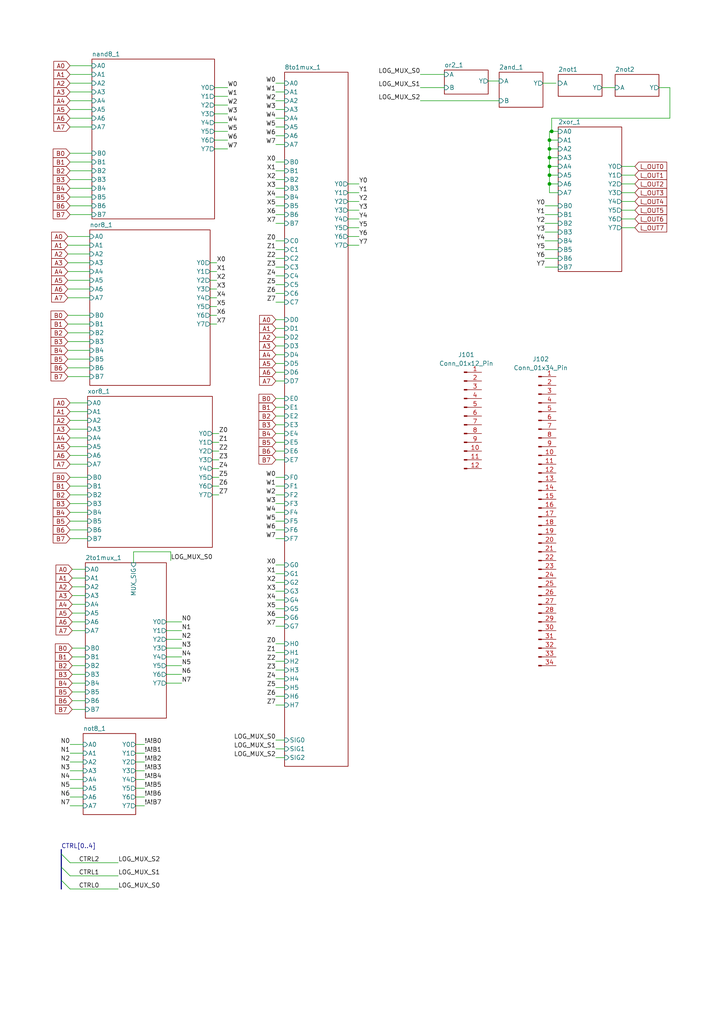
<source format=kicad_sch>
(kicad_sch (version 20250114) (generator "eeschema") (generator_version "9.0")
  (paper "A4" portrait)
  (lib_symbols
    (symbol "Connector:Conn_01x12_Pin" (pin_names (offset 1.016) (hide yes))
      (property "Reference" "J" (at 0 15.24 0))
      (property "Value" "Conn_01x12_Pin" (at 0 -17.78 0))
      (symbol "Conn_01x12_Pin_1_1"
        (rectangle (start 0.8636 12.827) (end 0 12.573) (stroke (width 0.1524)) (fill (type outline)))
        (rectangle (start 0.8636 10.287) (end 0 10.033) (stroke (width 0.1524)) (fill (type outline)))
        (rectangle (start 0.8636 7.747) (end 0 7.493) (stroke (width 0.1524)) (fill (type outline)))
        (rectangle (start 0.8636 5.207) (end 0 4.953) (stroke (width 0.1524)) (fill (type outline)))
        (rectangle (start 0.8636 2.667) (end 0 2.413) (stroke (width 0.1524)) (fill (type outline)))
        (rectangle (start 0.8636 0.127) (end 0 -0.127) (stroke (width 0.1524)) (fill (type outline)))
        (rectangle (start 0.8636 -2.413) (end 0 -2.667) (stroke (width 0.1524)) (fill (type outline)))
        (rectangle (start 0.8636 -4.953) (end 0 -5.207) (stroke (width 0.1524)) (fill (type outline)))
        (rectangle (start 0.8636 -7.493) (end 0 -7.747) (stroke (width 0.1524)) (fill (type outline)))
        (rectangle (start 0.8636 -10.033) (end 0 -10.287) (stroke (width 0.1524)) (fill (type outline)))
        (rectangle (start 0.8636 -12.573) (end 0 -12.827) (stroke (width 0.1524)) (fill (type outline)))
        (rectangle (start 0.8636 -15.113) (end 0 -15.367) (stroke (width 0.1524)) (fill (type outline)))
        (polyline (pts (xy 1.27 12.7) (xy 0.8636 12.7)) (stroke (width 0.1524)))
        (polyline (pts (xy 1.27 10.16) (xy 0.8636 10.16)) (stroke (width 0.1524)))
        (polyline (pts (xy 1.27 7.62) (xy 0.8636 7.62)) (stroke (width 0.1524)))
        (polyline (pts (xy 1.27 5.08) (xy 0.8636 5.08)) (stroke (width 0.1524)))
        (polyline (pts (xy 1.27 2.54) (xy 0.8636 2.54)) (stroke (width 0.1524)))
        (polyline (pts (xy 1.27 0) (xy 0.8636 0)) (stroke (width 0.1524)))
        (polyline (pts (xy 1.27 -2.54) (xy 0.8636 -2.54)) (stroke (width 0.1524)))
        (polyline (pts (xy 1.27 -5.08) (xy 0.8636 -5.08)) (stroke (width 0.1524)))
        (polyline (pts (xy 1.27 -7.62) (xy 0.8636 -7.62)) (stroke (width 0.1524)))
        (polyline (pts (xy 1.27 -10.16) (xy 0.8636 -10.16)) (stroke (width 0.1524)))
        (polyline (pts (xy 1.27 -12.7) (xy 0.8636 -12.7)) (stroke (width 0.1524)))
        (polyline (pts (xy 1.27 -15.24) (xy 0.8636 -15.24)) (stroke (width 0.1524)))
        (pin passive line (at 5.08 12.7 180) (length 3.81) (name "Pin_1") (number "1"))
        (pin passive line (at 5.08 10.16 180) (length 3.81) (name "Pin_2") (number "2"))
        (pin passive line (at 5.08 7.62 180) (length 3.81) (name "Pin_3") (number "3"))
        (pin passive line (at 5.08 5.08 180) (length 3.81) (name "Pin_4") (number "4"))
        (pin passive line (at 5.08 2.54 180) (length 3.81) (name "Pin_5") (number "5"))
        (pin passive line (at 5.08 0 180) (length 3.81) (name "Pin_6") (number "6"))
        (pin passive line (at 5.08 -2.54 180) (length 3.81) (name "Pin_7") (number "7"))
        (pin passive line (at 5.08 -5.08 180) (length 3.81) (name "Pin_8") (number "8"))
        (pin passive line (at 5.08 -7.62 180) (length 3.81) (name "Pin_9") (number "9"))
        (pin passive line (at 5.08 -10.16 180) (length 3.81) (name "Pin_10") (number "10"))
        (pin passive line (at 5.08 -12.7 180) (length 3.81) (name "Pin_11") (number "11"))
        (pin passive line (at 5.08 -15.24 180) (length 3.81) (name "Pin_12") (number "12"))
      )
    )
    (symbol "Connector:Conn_01x34_Pin" (pin_names (offset 1.016) (hide yes))
      (property "Reference" "J" (at 0 43.18 0))
      (property "Value" "Conn_01x34_Pin" (at 0 -45.72 0))
      (symbol "Conn_01x34_Pin_1_1"
        (rectangle (start 0.8636 40.767) (end 0 40.513) (stroke (width 0.1524)) (fill (type outline)))
        (rectangle (start 0.8636 38.227) (end 0 37.973) (stroke (width 0.1524)) (fill (type outline)))
        (rectangle (start 0.8636 35.687) (end 0 35.433) (stroke (width 0.1524)) (fill (type outline)))
        (rectangle (start 0.8636 33.147) (end 0 32.893) (stroke (width 0.1524)) (fill (type outline)))
        (rectangle (start 0.8636 30.607) (end 0 30.353) (stroke (width 0.1524)) (fill (type outline)))
        (rectangle (start 0.8636 28.067) (end 0 27.813) (stroke (width 0.1524)) (fill (type outline)))
        (rectangle (start 0.8636 25.527) (end 0 25.273) (stroke (width 0.1524)) (fill (type outline)))
        (rectangle (start 0.8636 22.987) (end 0 22.733) (stroke (width 0.1524)) (fill (type outline)))
        (rectangle (start 0.8636 20.447) (end 0 20.193) (stroke (width 0.1524)) (fill (type outline)))
        (rectangle (start 0.8636 17.907) (end 0 17.653) (stroke (width 0.1524)) (fill (type outline)))
        (rectangle (start 0.8636 15.367) (end 0 15.113) (stroke (width 0.1524)) (fill (type outline)))
        (rectangle (start 0.8636 12.827) (end 0 12.573) (stroke (width 0.1524)) (fill (type outline)))
        (rectangle (start 0.8636 10.287) (end 0 10.033) (stroke (width 0.1524)) (fill (type outline)))
        (rectangle (start 0.8636 7.747) (end 0 7.493) (stroke (width 0.1524)) (fill (type outline)))
        (rectangle (start 0.8636 5.207) (end 0 4.953) (stroke (width 0.1524)) (fill (type outline)))
        (rectangle (start 0.8636 2.667) (end 0 2.413) (stroke (width 0.1524)) (fill (type outline)))
        (rectangle (start 0.8636 0.127) (end 0 -0.127) (stroke (width 0.1524)) (fill (type outline)))
        (rectangle (start 0.8636 -2.413) (end 0 -2.667) (stroke (width 0.1524)) (fill (type outline)))
        (rectangle (start 0.8636 -4.953) (end 0 -5.207) (stroke (width 0.1524)) (fill (type outline)))
        (rectangle (start 0.8636 -7.493) (end 0 -7.747) (stroke (width 0.1524)) (fill (type outline)))
        (rectangle (start 0.8636 -10.033) (end 0 -10.287) (stroke (width 0.1524)) (fill (type outline)))
        (rectangle (start 0.8636 -12.573) (end 0 -12.827) (stroke (width 0.1524)) (fill (type outline)))
        (rectangle (start 0.8636 -15.113) (end 0 -15.367) (stroke (width 0.1524)) (fill (type outline)))
        (rectangle (start 0.8636 -17.653) (end 0 -17.907) (stroke (width 0.1524)) (fill (type outline)))
        (rectangle (start 0.8636 -20.193) (end 0 -20.447) (stroke (width 0.1524)) (fill (type outline)))
        (rectangle (start 0.8636 -22.733) (end 0 -22.987) (stroke (width 0.1524)) (fill (type outline)))
        (rectangle (start 0.8636 -25.273) (end 0 -25.527) (stroke (width 0.1524)) (fill (type outline)))
        (rectangle (start 0.8636 -27.813) (end 0 -28.067) (stroke (width 0.1524)) (fill (type outline)))
        (rectangle (start 0.8636 -30.353) (end 0 -30.607) (stroke (width 0.1524)) (fill (type outline)))
        (rectangle (start 0.8636 -32.893) (end 0 -33.147) (stroke (width 0.1524)) (fill (type outline)))
        (rectangle (start 0.8636 -35.433) (end 0 -35.687) (stroke (width 0.1524)) (fill (type outline)))
        (rectangle (start 0.8636 -37.973) (end 0 -38.227) (stroke (width 0.1524)) (fill (type outline)))
        (rectangle (start 0.8636 -40.513) (end 0 -40.767) (stroke (width 0.1524)) (fill (type outline)))
        (rectangle (start 0.8636 -43.053) (end 0 -43.307) (stroke (width 0.1524)) (fill (type outline)))
        (polyline (pts (xy 1.27 40.64) (xy 0.8636 40.64)) (stroke (width 0.1524)))
        (polyline (pts (xy 1.27 38.1) (xy 0.8636 38.1)) (stroke (width 0.1524)))
        (polyline (pts (xy 1.27 35.56) (xy 0.8636 35.56)) (stroke (width 0.1524)))
        (polyline (pts (xy 1.27 33.02) (xy 0.8636 33.02)) (stroke (width 0.1524)))
        (polyline (pts (xy 1.27 30.48) (xy 0.8636 30.48)) (stroke (width 0.1524)))
        (polyline (pts (xy 1.27 27.94) (xy 0.8636 27.94)) (stroke (width 0.1524)))
        (polyline (pts (xy 1.27 25.4) (xy 0.8636 25.4)) (stroke (width 0.1524)))
        (polyline (pts (xy 1.27 22.86) (xy 0.8636 22.86)) (stroke (width 0.1524)))
        (polyline (pts (xy 1.27 20.32) (xy 0.8636 20.32)) (stroke (width 0.1524)))
        (polyline (pts (xy 1.27 17.78) (xy 0.8636 17.78)) (stroke (width 0.1524)))
        (polyline (pts (xy 1.27 15.24) (xy 0.8636 15.24)) (stroke (width 0.1524)))
        (polyline (pts (xy 1.27 12.7) (xy 0.8636 12.7)) (stroke (width 0.1524)))
        (polyline (pts (xy 1.27 10.16) (xy 0.8636 10.16)) (stroke (width 0.1524)))
        (polyline (pts (xy 1.27 7.62) (xy 0.8636 7.62)) (stroke (width 0.1524)))
        (polyline (pts (xy 1.27 5.08) (xy 0.8636 5.08)) (stroke (width 0.1524)))
        (polyline (pts (xy 1.27 2.54) (xy 0.8636 2.54)) (stroke (width 0.1524)))
        (polyline (pts (xy 1.27 0) (xy 0.8636 0)) (stroke (width 0.1524)))
        (polyline (pts (xy 1.27 -2.54) (xy 0.8636 -2.54)) (stroke (width 0.1524)))
        (polyline (pts (xy 1.27 -5.08) (xy 0.8636 -5.08)) (stroke (width 0.1524)))
        (polyline (pts (xy 1.27 -7.62) (xy 0.8636 -7.62)) (stroke (width 0.1524)))
        (polyline (pts (xy 1.27 -10.16) (xy 0.8636 -10.16)) (stroke (width 0.1524)))
        (polyline (pts (xy 1.27 -12.7) (xy 0.8636 -12.7)) (stroke (width 0.1524)))
        (polyline (pts (xy 1.27 -15.24) (xy 0.8636 -15.24)) (stroke (width 0.1524)))
        (polyline (pts (xy 1.27 -17.78) (xy 0.8636 -17.78)) (stroke (width 0.1524)))
        (polyline (pts (xy 1.27 -20.32) (xy 0.8636 -20.32)) (stroke (width 0.1524)))
        (polyline (pts (xy 1.27 -22.86) (xy 0.8636 -22.86)) (stroke (width 0.1524)))
        (polyline (pts (xy 1.27 -25.4) (xy 0.8636 -25.4)) (stroke (width 0.1524)))
        (polyline (pts (xy 1.27 -27.94) (xy 0.8636 -27.94)) (stroke (width 0.1524)))
        (polyline (pts (xy 1.27 -30.48) (xy 0.8636 -30.48)) (stroke (width 0.1524)))
        (polyline (pts (xy 1.27 -33.02) (xy 0.8636 -33.02)) (stroke (width 0.1524)))
        (polyline (pts (xy 1.27 -35.56) (xy 0.8636 -35.56)) (stroke (width 0.1524)))
        (polyline (pts (xy 1.27 -38.1) (xy 0.8636 -38.1)) (stroke (width 0.1524)))
        (polyline (pts (xy 1.27 -40.64) (xy 0.8636 -40.64)) (stroke (width 0.1524)))
        (polyline (pts (xy 1.27 -43.18) (xy 0.8636 -43.18)) (stroke (width 0.1524)))
        (pin passive line (at 5.08 40.64 180) (length 3.81) (name "Pin_1") (number "1"))
        (pin passive line (at 5.08 38.1 180) (length 3.81) (name "Pin_2") (number "2"))
        (pin passive line (at 5.08 35.56 180) (length 3.81) (name "Pin_3") (number "3"))
        (pin passive line (at 5.08 33.02 180) (length 3.81) (name "Pin_4") (number "4"))
        (pin passive line (at 5.08 30.48 180) (length 3.81) (name "Pin_5") (number "5"))
        (pin passive line (at 5.08 27.94 180) (length 3.81) (name "Pin_6") (number "6"))
        (pin passive line (at 5.08 25.4 180) (length 3.81) (name "Pin_7") (number "7"))
        (pin passive line (at 5.08 22.86 180) (length 3.81) (name "Pin_8") (number "8"))
        (pin passive line (at 5.08 20.32 180) (length 3.81) (name "Pin_9") (number "9"))
        (pin passive line (at 5.08 17.78 180) (length 3.81) (name "Pin_10") (number "10"))
        (pin passive line (at 5.08 15.24 180) (length 3.81) (name "Pin_11") (number "11"))
        (pin passive line (at 5.08 12.7 180) (length 3.81) (name "Pin_12") (number "12"))
        (pin passive line (at 5.08 10.16 180) (length 3.81) (name "Pin_13") (number "13"))
        (pin passive line (at 5.08 7.62 180) (length 3.81) (name "Pin_14") (number "14"))
        (pin passive line (at 5.08 5.08 180) (length 3.81) (name "Pin_15") (number "15"))
        (pin passive line (at 5.08 2.54 180) (length 3.81) (name "Pin_16") (number "16"))
        (pin passive line (at 5.08 0 180) (length 3.81) (name "Pin_17") (number "17"))
        (pin passive line (at 5.08 -2.54 180) (length 3.81) (name "Pin_18") (number "18"))
        (pin passive line (at 5.08 -5.08 180) (length 3.81) (name "Pin_19") (number "19"))
        (pin passive line (at 5.08 -7.62 180) (length 3.81) (name "Pin_20") (number "20"))
        (pin passive line (at 5.08 -10.16 180) (length 3.81) (name "Pin_21") (number "21"))
        (pin passive line (at 5.08 -12.7 180) (length 3.81) (name "Pin_22") (number "22"))
        (pin passive line (at 5.08 -15.24 180) (length 3.81) (name "Pin_23") (number "23"))
        (pin passive line (at 5.08 -17.78 180) (length 3.81) (name "Pin_24") (number "24"))
        (pin passive line (at 5.08 -20.32 180) (length 3.81) (name "Pin_25") (number "25"))
        (pin passive line (at 5.08 -22.86 180) (length 3.81) (name "Pin_26") (number "26"))
        (pin passive line (at 5.08 -25.4 180) (length 3.81) (name "Pin_27") (number "27"))
        (pin passive line (at 5.08 -27.94 180) (length 3.81) (name "Pin_28") (number "28"))
        (pin passive line (at 5.08 -30.48 180) (length 3.81) (name "Pin_29") (number "29"))
        (pin passive line (at 5.08 -33.02 180) (length 3.81) (name "Pin_30") (number "30"))
        (pin passive line (at 5.08 -35.56 180) (length 3.81) (name "Pin_31") (number "31"))
        (pin passive line (at 5.08 -38.1 180) (length 3.81) (name "Pin_32") (number "32"))
        (pin passive line (at 5.08 -40.64 180) (length 3.81) (name "Pin_33") (number "33"))
        (pin passive line (at 5.08 -43.18 180) (length 3.81) (name "Pin_34") (number "34"))
      )
    )
  )
  (junction (at 159.385 53.34))
  (junction (at 159.385 50.8))
  (junction (at 159.385 40.64))
  (junction (at 159.385 48.26))
  (junction (at 159.385 43.18))
  (junction (at 160.02 38.1))
  (junction (at 159.385 45.72))
  (bus_entry (at 17.78 255.27) (size 2.54 2.54))
  (bus_entry (at 17.78 247.65) (size 2.54 2.54))
  (bus_entry (at 17.78 251.46) (size 2.54 2.54))
  (wire (pts (xy 20.32 44.45) (xy 26.67 44.45)))
  (wire (pts (xy 62.23 38.1) (xy 66.04 38.1)))
  (wire (pts (xy 19.685 76.2) (xy 26.035 76.2)))
  (wire (pts (xy 159.385 45.72) (xy 161.925 45.72)))
  (wire (pts (xy 184.15 58.42) (xy 180.34 58.42)))
  (wire (pts (xy 20.955 190.5) (xy 24.765 190.5)))
  (bus (pts (xy 17.78 246.38) (xy 17.78 247.65)))
  (wire (pts (xy 20.32 156.21) (xy 25.4 156.21)))
  (wire (pts (xy 20.32 31.75) (xy 26.67 31.75)))
  (wire (pts (xy 49.53 160.02) (xy 38.735 160.02)))
  (wire (pts (xy 100.965 53.34) (xy 104.14 53.34)))
  (wire (pts (xy 80.01 74.93) (xy 82.55 74.93)))
  (wire (pts (xy 80.01 153.67) (xy 82.55 153.67)))
  (wire (pts (xy 20.955 180.34) (xy 24.765 180.34)))
  (wire (pts (xy 20.32 54.61) (xy 26.67 54.61)))
  (wire (pts (xy 20.955 205.74) (xy 24.765 205.74)))
  (wire (pts (xy 100.965 71.12) (xy 104.14 71.12)))
  (wire (pts (xy 49.53 160.02) (xy 49.53 162.56)))
  (wire (pts (xy 20.32 257.81) (xy 34.29 257.81)))
  (wire (pts (xy 60.96 93.98) (xy 62.865 93.98)))
  (wire (pts (xy 80.01 133.35) (xy 82.55 133.35)))
  (wire (pts (xy 80.01 39.37) (xy 82.55 39.37)))
  (wire (pts (xy 80.01 176.53) (xy 82.55 176.53)))
  (wire (pts (xy 158.115 64.77) (xy 161.925 64.77)))
  (wire (pts (xy 61.595 138.43) (xy 63.5 138.43)))
  (wire (pts (xy 60.96 81.28) (xy 62.865 81.28)))
  (wire (pts (xy 62.23 30.48) (xy 66.04 30.48)))
  (wire (pts (xy 158.115 59.69) (xy 161.925 59.69)))
  (wire (pts (xy 20.955 187.96) (xy 24.765 187.96)))
  (wire (pts (xy 20.955 182.88) (xy 24.765 182.88)))
  (wire (pts (xy 41.91 233.68) (xy 39.37 233.68)))
  (wire (pts (xy 80.01 138.43) (xy 82.55 138.43)))
  (wire (pts (xy 41.91 228.6) (xy 39.37 228.6)))
  (wire (pts (xy 80.01 191.77) (xy 82.55 191.77)))
  (wire (pts (xy 80.01 69.85) (xy 82.55 69.85)))
  (wire (pts (xy 159.385 55.88) (xy 159.385 53.34)))
  (wire (pts (xy 80.01 105.41) (xy 82.55 105.41)))
  (wire (pts (xy 80.01 54.61) (xy 82.55 54.61)))
  (wire (pts (xy 60.96 76.2) (xy 62.865 76.2)))
  (wire (pts (xy 61.595 135.89) (xy 63.5 135.89)))
  (wire (pts (xy 20.955 177.8) (xy 24.765 177.8)))
  (wire (pts (xy 60.96 83.82) (xy 62.865 83.82)))
  (wire (pts (xy 20.32 119.38) (xy 25.4 119.38)))
  (wire (pts (xy 20.32 143.51) (xy 25.4 143.51)))
  (wire (pts (xy 19.685 71.12) (xy 26.035 71.12)))
  (wire (pts (xy 19.685 93.98) (xy 26.035 93.98)))
  (bus (pts (xy 17.78 247.65) (xy 17.78 251.46)))
  (wire (pts (xy 61.595 140.97) (xy 63.5 140.97)))
  (wire (pts (xy 158.115 77.47) (xy 161.925 77.47)))
  (wire (pts (xy 80.01 123.19) (xy 82.55 123.19)))
  (wire (pts (xy 20.955 175.26) (xy 24.765 175.26)))
  (wire (pts (xy 20.955 193.04) (xy 24.765 193.04)))
  (wire (pts (xy 41.91 223.52) (xy 39.37 223.52)))
  (wire (pts (xy 80.01 194.31) (xy 82.55 194.31)))
  (wire (pts (xy 20.32 124.46) (xy 25.4 124.46)))
  (wire (pts (xy 159.385 53.34) (xy 159.385 50.8)))
  (wire (pts (xy 80.01 85.09) (xy 82.55 85.09)))
  (wire (pts (xy 159.385 43.18) (xy 161.925 43.18)))
  (wire (pts (xy 80.01 179.07) (xy 82.55 179.07)))
  (wire (pts (xy 20.32 146.05) (xy 25.4 146.05)))
  (wire (pts (xy 20.32 34.29) (xy 26.67 34.29)))
  (wire (pts (xy 20.32 129.54) (xy 25.4 129.54)))
  (wire (pts (xy 80.01 189.23) (xy 82.55 189.23)))
  (wire (pts (xy 80.01 168.91) (xy 82.55 168.91)))
  (wire (pts (xy 80.01 97.79) (xy 82.55 97.79)))
  (wire (pts (xy 184.15 48.26) (xy 180.34 48.26)))
  (wire (pts (xy 184.15 66.04) (xy 180.34 66.04)))
  (wire (pts (xy 80.01 214.63) (xy 82.55 214.63)))
  (wire (pts (xy 20.32 231.14) (xy 24.13 231.14)))
  (wire (pts (xy 19.685 68.58) (xy 26.035 68.58)))
  (wire (pts (xy 19.685 86.36) (xy 26.035 86.36)))
  (wire (pts (xy 20.32 127) (xy 25.4 127)))
  (wire (pts (xy 20.32 19.05) (xy 26.67 19.05)))
  (wire (pts (xy 80.01 146.05) (xy 82.55 146.05)))
  (wire (pts (xy 80.01 29.21) (xy 82.55 29.21)))
  (wire (pts (xy 19.685 81.28) (xy 26.035 81.28)))
  (wire (pts (xy 60.96 78.74) (xy 62.865 78.74)))
  (wire (pts (xy 100.965 58.42) (xy 104.14 58.42)))
  (wire (pts (xy 184.15 60.96) (xy 180.34 60.96)))
  (wire (pts (xy 20.32 138.43) (xy 25.4 138.43)))
  (wire (pts (xy 184.15 63.5) (xy 180.34 63.5)))
  (wire (pts (xy 20.955 203.2) (xy 24.765 203.2)))
  (wire (pts (xy 20.32 215.9) (xy 24.13 215.9)))
  (wire (pts (xy 159.385 50.8) (xy 161.925 50.8)))
  (wire (pts (xy 20.32 21.59) (xy 26.67 21.59)))
  (wire (pts (xy 80.01 217.17) (xy 82.55 217.17)))
  (wire (pts (xy 159.385 40.64) (xy 161.925 40.64)))
  (wire (pts (xy 20.32 46.99) (xy 26.67 46.99)))
  (wire (pts (xy 20.32 153.67) (xy 25.4 153.67)))
  (wire (pts (xy 80.01 166.37) (xy 82.55 166.37)))
  (wire (pts (xy 20.32 140.97) (xy 25.4 140.97)))
  (wire (pts (xy 52.705 193.04) (xy 48.26 193.04)))
  (wire (pts (xy 61.595 133.35) (xy 63.5 133.35)))
  (wire (pts (xy 20.32 29.21) (xy 26.67 29.21)))
  (wire (pts (xy 80.01 46.99) (xy 82.55 46.99)))
  (wire (pts (xy 121.92 29.21) (xy 144.78 29.21)))
  (wire (pts (xy 20.955 165.1) (xy 24.765 165.1)))
  (wire (pts (xy 41.91 218.44) (xy 39.37 218.44)))
  (wire (pts (xy 20.32 250.19) (xy 34.29 250.19)))
  (wire (pts (xy 157.48 24.13) (xy 161.29 24.13)))
  (wire (pts (xy 20.32 26.67) (xy 26.67 26.67)))
  (wire (pts (xy 48.26 195.58) (xy 52.705 195.58)))
  (wire (pts (xy 80.01 118.11) (xy 82.55 118.11)))
  (wire (pts (xy 80.01 100.33) (xy 82.55 100.33)))
  (wire (pts (xy 20.955 172.72) (xy 24.765 172.72)))
  (wire (pts (xy 80.01 57.15) (xy 82.55 57.15)))
  (wire (pts (xy 80.01 72.39) (xy 82.55 72.39)))
  (wire (pts (xy 80.01 95.25) (xy 82.55 95.25)))
  (wire (pts (xy 20.32 233.68) (xy 24.13 233.68)))
  (wire (pts (xy 158.115 72.39) (xy 161.925 72.39)))
  (wire (pts (xy 19.685 78.74) (xy 26.035 78.74)))
  (wire (pts (xy 100.965 63.5) (xy 104.14 63.5)))
  (wire (pts (xy 80.01 186.69) (xy 82.55 186.69)))
  (wire (pts (xy 80.01 199.39) (xy 82.55 199.39)))
  (wire (pts (xy 104.14 68.58) (xy 100.965 68.58)))
  (wire (pts (xy 41.91 226.06) (xy 39.37 226.06)))
  (wire (pts (xy 80.01 143.51) (xy 82.55 143.51)))
  (wire (pts (xy 19.685 109.22) (xy 26.035 109.22)))
  (wire (pts (xy 61.595 125.73) (xy 63.5 125.73)))
  (wire (pts (xy 20.32 228.6) (xy 24.13 228.6)))
  (wire (pts (xy 20.32 134.62) (xy 25.4 134.62)))
  (wire (pts (xy 80.01 173.99) (xy 82.55 173.99)))
  (wire (pts (xy 62.23 25.4) (xy 66.04 25.4)))
  (wire (pts (xy 80.01 92.71) (xy 82.55 92.71)))
  (wire (pts (xy 62.23 43.18) (xy 66.04 43.18)))
  (wire (pts (xy 80.01 102.87) (xy 82.55 102.87)))
  (wire (pts (xy 19.685 101.6) (xy 26.035 101.6)))
  (wire (pts (xy 160.02 34.29) (xy 194.31 34.29)))
  (wire (pts (xy 20.32 220.98) (xy 24.13 220.98)))
  (wire (pts (xy 62.23 27.94) (xy 66.04 27.94)))
  (wire (pts (xy 184.15 55.88) (xy 180.34 55.88)))
  (wire (pts (xy 80.01 41.91) (xy 82.55 41.91)))
  (wire (pts (xy 19.685 96.52) (xy 26.035 96.52)))
  (wire (pts (xy 20.32 218.44) (xy 24.13 218.44)))
  (wire (pts (xy 184.15 50.8) (xy 180.34 50.8)))
  (wire (pts (xy 20.32 49.53) (xy 26.67 49.53)))
  (wire (pts (xy 20.955 195.58) (xy 24.765 195.58)))
  (wire (pts (xy 159.385 53.34) (xy 161.925 53.34)))
  (wire (pts (xy 80.01 130.81) (xy 82.55 130.81)))
  (wire (pts (xy 20.32 24.13) (xy 26.67 24.13)))
  (wire (pts (xy 48.26 190.5) (xy 52.705 190.5)))
  (wire (pts (xy 158.115 67.31) (xy 161.925 67.31)))
  (wire (pts (xy 19.685 104.14) (xy 26.035 104.14)))
  (wire (pts (xy 80.01 24.13) (xy 82.55 24.13)))
  (wire (pts (xy 20.32 148.59) (xy 25.4 148.59)))
  (wire (pts (xy 80.01 115.57) (xy 82.55 115.57)))
  (wire (pts (xy 80.01 204.47) (xy 82.55 204.47)))
  (wire (pts (xy 159.385 38.1) (xy 159.385 40.64)))
  (wire (pts (xy 80.01 120.65) (xy 82.55 120.65)))
  (wire (pts (xy 19.685 91.44) (xy 26.035 91.44)))
  (wire (pts (xy 20.32 223.52) (xy 24.13 223.52)))
  (wire (pts (xy 80.01 62.23) (xy 82.55 62.23)))
  (wire (pts (xy 48.26 185.42) (xy 52.705 185.42)))
  (wire (pts (xy 20.32 151.13) (xy 25.4 151.13)))
  (wire (pts (xy 159.385 38.1) (xy 160.02 38.1)))
  (wire (pts (xy 159.385 43.18) (xy 159.385 40.64)))
  (wire (pts (xy 41.91 231.14) (xy 39.37 231.14)))
  (wire (pts (xy 174.625 25.4) (xy 178.435 25.4)))
  (wire (pts (xy 80.01 140.97) (xy 82.55 140.97)))
  (wire (pts (xy 48.26 180.34) (xy 52.705 180.34)))
  (wire (pts (xy 20.32 36.83) (xy 26.67 36.83)))
  (wire (pts (xy 160.02 38.1) (xy 160.02 34.29)))
  (wire (pts (xy 62.23 40.64) (xy 66.04 40.64)))
  (wire (pts (xy 80.01 49.53) (xy 82.55 49.53)))
  (wire (pts (xy 158.115 62.23) (xy 161.925 62.23)))
  (wire (pts (xy 80.01 181.61) (xy 82.55 181.61)))
  (wire (pts (xy 20.32 52.07) (xy 26.67 52.07)))
  (wire (pts (xy 19.685 99.06) (xy 26.035 99.06)))
  (wire (pts (xy 184.15 53.34) (xy 180.34 53.34)))
  (wire (pts (xy 62.23 33.02) (xy 66.04 33.02)))
  (wire (pts (xy 159.385 50.8) (xy 159.385 48.26)))
  (wire (pts (xy 80.01 82.55) (xy 82.55 82.55)))
  (wire (pts (xy 20.32 116.84) (xy 25.4 116.84)))
  (wire (pts (xy 80.01 128.27) (xy 82.55 128.27)))
  (wire (pts (xy 61.595 128.27) (xy 63.5 128.27)))
  (wire (pts (xy 100.965 55.88) (xy 104.14 55.88)))
  (wire (pts (xy 158.115 74.93) (xy 161.925 74.93)))
  (wire (pts (xy 48.26 182.88) (xy 52.705 182.88)))
  (bus (pts (xy 17.78 255.27) (xy 17.78 257.81)))
  (wire (pts (xy 80.01 107.95) (xy 82.55 107.95)))
  (wire (pts (xy 20.32 121.92) (xy 25.4 121.92)))
  (wire (pts (xy 41.91 220.98) (xy 39.37 220.98)))
  (wire (pts (xy 100.965 66.04) (xy 104.14 66.04)))
  (wire (pts (xy 159.385 45.72) (xy 159.385 43.18)))
  (wire (pts (xy 159.385 48.26) (xy 161.925 48.26)))
  (bus (pts (xy 17.78 251.46) (xy 17.78 255.27)))
  (wire (pts (xy 80.01 59.69) (xy 82.55 59.69)))
  (wire (pts (xy 20.955 170.18) (xy 24.765 170.18)))
  (wire (pts (xy 20.32 254) (xy 34.29 254)))
  (wire (pts (xy 159.385 48.26) (xy 159.385 45.72)))
  (wire (pts (xy 141.605 23.495) (xy 144.78 23.495)))
  (wire (pts (xy 20.955 198.12) (xy 24.765 198.12)))
  (wire (pts (xy 80.01 110.49) (xy 82.55 110.49)))
  (wire (pts (xy 80.01 31.75) (xy 82.55 31.75)))
  (wire (pts (xy 19.685 83.82) (xy 26.035 83.82)))
  (wire (pts (xy 80.01 171.45) (xy 82.55 171.45)))
  (wire (pts (xy 80.01 151.13) (xy 82.55 151.13)))
  (wire (pts (xy 161.925 55.88) (xy 159.385 55.88)))
  (wire (pts (xy 191.135 25.4) (xy 194.31 25.4)))
  (wire (pts (xy 80.01 156.21) (xy 82.55 156.21)))
  (wire (pts (xy 60.96 86.36) (xy 62.865 86.36)))
  (wire (pts (xy 80.01 36.83) (xy 82.55 36.83)))
  (wire (pts (xy 19.685 73.66) (xy 26.035 73.66)))
  (wire (pts (xy 19.685 106.68) (xy 26.035 106.68)))
  (wire (pts (xy 38.735 160.02) (xy 38.735 163.195)))
  (wire (pts (xy 80.01 34.29) (xy 82.55 34.29)))
  (wire (pts (xy 48.26 187.96) (xy 52.705 187.96)))
  (wire (pts (xy 60.96 91.44) (xy 62.865 91.44)))
  (wire (pts (xy 62.865 88.9) (xy 60.96 88.9)))
  (wire (pts (xy 61.595 143.51) (xy 63.5 143.51)))
  (wire (pts (xy 80.01 219.71) (xy 82.55 219.71)))
  (wire (pts (xy 20.32 57.15) (xy 26.67 57.15)))
  (wire (pts (xy 80.01 163.83) (xy 82.55 163.83)))
  (wire (pts (xy 100.965 60.96) (xy 104.14 60.96)))
  (wire (pts (xy 20.32 62.23) (xy 26.67 62.23)))
  (wire (pts (xy 20.32 226.06) (xy 24.13 226.06)))
  (wire (pts (xy 80.01 196.85) (xy 82.55 196.85)))
  (wire (pts (xy 62.23 35.56) (xy 66.04 35.56)))
  (wire (pts (xy 80.01 148.59) (xy 82.55 148.59)))
  (wire (pts (xy 80.01 80.01) (xy 82.55 80.01)))
  (wire (pts (xy 48.26 198.12) (xy 52.705 198.12)))
  (wire (pts (xy 80.01 201.93) (xy 82.55 201.93)))
  (wire (pts (xy 80.01 64.77) (xy 82.55 64.77)))
  (wire (pts (xy 158.115 69.85) (xy 161.925 69.85)))
  (wire (pts (xy 80.01 52.07) (xy 82.55 52.07)))
  (wire (pts (xy 160.02 38.1) (xy 161.925 38.1)))
  (wire (pts (xy 121.92 25.4) (xy 128.905 25.4)))
  (wire (pts (xy 80.01 87.63) (xy 82.55 87.63)))
  (wire (pts (xy 20.32 132.08) (xy 25.4 132.08)))
  (wire (pts (xy 41.91 215.9) (xy 39.37 215.9)))
  (wire (pts (xy 20.32 59.69) (xy 26.67 59.69)))
  (wire (pts (xy 194.31 34.29) (xy 194.31 25.4)))
  (wire (pts (xy 20.955 167.64) (xy 24.765 167.64)))
  (wire (pts (xy 80.01 26.67) (xy 82.55 26.67)))
  (wire (pts (xy 61.595 130.81) (xy 63.5 130.81)))
  (wire (pts (xy 20.955 200.66) (xy 24.765 200.66)))
  (wire (pts (xy 121.92 21.59) (xy 128.905 21.59)))
  (wire (pts (xy 80.01 77.47) (xy 82.55 77.47)))
  (wire (pts (xy 80.01 125.73) (xy 82.55 125.73)))
  (label "Z1" (at 80.01 72.39 180))
  (label "N1" (at 20.32 218.44 180))
  (label "Z7" (at 80.01 87.63 180))
  (label "X2" (at 80.01 168.91 180))
  (label "LOG_MUX_S0" (at 49.53 162.56 0))
  (label "Y0" (at 104.14 53.34 0))
  (label "Y1" (at 104.14 55.88 0))
  (label "Y2" (at 104.14 58.42 0))
  (label "Y3" (at 104.14 60.96 0))
  (label "Y4" (at 104.14 63.5 0))
  (label "Y5" (at 104.14 66.04 0))
  (label "Y6" (at 104.14 68.58 0))
  (label "Y7" (at 104.14 71.12 0))
  (label "W3" (at 66.04 33.02 0))
  (label "N3" (at 20.32 223.52 180))
  (label "LOG_MUX_S2" (at 121.92 29.21 180))
  (label "Z5" (at 80.01 82.55 180))
  (label "X3" (at 80.01 54.61 180))
  (label "N4" (at 20.32 226.06 180))
  (label "!A!B3" (at 41.91 223.52 0))
  (label "!A!B2" (at 41.91 220.98 0))
  (label "!A!B4" (at 41.91 226.06 0))
  (label "!A!B6" (at 41.91 231.14 0))
  (label "!A!B7" (at 41.91 233.68 0))
  (label "!A!B5" (at 41.91 228.6 0))
  (label "!A!B0" (at 41.91 215.9 0))
  (label "!A!B1" (at 41.91 218.44 0))
  (label "N5" (at 20.32 228.6 180))
  (label "W7" (at 80.01 156.21 180))
  (label "Y1" (at 158.115 62.23 180))
  (label "Z7" (at 63.5 143.51 0))
  (label "Y3" (at 158.115 67.31 180))
  (label "N6" (at 20.32 231.14 180))
  (label "Z6" (at 63.5 140.97 0))
  (label "W4" (at 80.01 148.59 180))
  (label "Z5" (at 80.01 199.39 180))
  (label "LOG_MUX_S2" (at 80.01 219.71 180))
  (label "W6" (at 80.01 39.37 180))
  (label "X0" (at 80.01 46.99 180))
  (label "W5" (at 80.01 151.13 180))
  (label "Y5" (at 158.115 72.39 180))
  (label "LOG_MUX_S2" (at 34.29 250.19 0))
  (label "Z3" (at 80.01 194.31 180))
  (label "W7" (at 80.01 41.91 180))
  (label "W6" (at 80.01 153.67 180))
  (label "X3" (at 62.865 83.82 0))
  (label "Z1" (at 63.5 128.27 0))
  (label "N0" (at 52.705 180.34 0))
  (label "N5" (at 52.705 193.04 0))
  (label "N4" (at 52.705 190.5 0))
  (label "N7" (at 52.705 198.12 0))
  (label "N6" (at 52.705 195.58 0))
  (label "N1" (at 52.705 182.88 0))
  (label "N2" (at 52.705 185.42 0))
  (label "N3" (at 52.705 187.96 0))
  (label "Z2" (at 63.5 130.81 0))
  (label "W0" (at 66.04 25.4 0))
  (label "W0" (at 80.01 138.43 180))
  (label "W6" (at 66.04 40.64 0))
  (label "Z4" (at 63.5 135.89 0))
  (label "X1" (at 80.01 166.37 180))
  (label "W5" (at 66.04 38.1 0))
  (label "X7" (at 62.865 93.98 0))
  (label "Z0" (at 80.01 186.69 180))
  (label "X5" (at 80.01 176.53 180))
  (label "Z1" (at 80.01 189.23 180))
  (label "Z3" (at 63.5 133.35 0))
  (label "W5" (at 80.01 36.83 180))
  (label "LOG_MUX_S0" (at 80.01 214.63 180))
  (label "Y0" (at 158.115 59.69 180))
  (label "X2" (at 62.865 81.28 0))
  (label "X4" (at 80.01 57.15 180))
  (label "X4" (at 62.865 86.36 0))
  (label "Y6" (at 158.115 74.93 180))
  (label "X0" (at 80.01 163.83 180))
  (label "W2" (at 66.04 30.48 0))
  (label "CTRL1" (at 22.86 254 0))
  (label "W4" (at 80.01 34.29 180))
  (label "N7" (at 20.32 233.68 180))
  (label "CTRL0" (at 22.86 257.81 0))
  (label "W2" (at 80.01 143.51 180))
  (label "Z7" (at 80.01 204.47 180))
  (label "X6" (at 80.01 62.23 180))
  (label "Z4" (at 80.01 80.01 180))
  (label "W4" (at 66.04 35.56 0))
  (label "W3" (at 80.01 146.05 180))
  (label "X7" (at 80.01 181.61 180))
  (label "X4" (at 80.01 173.99 180))
  (label "Z5" (at 63.5 138.43 0))
  (label "X6" (at 80.01 179.07 180))
  (label "Y7" (at 158.115 77.47 180))
  (label "LOG_MUX_S1" (at 34.29 254 0))
  (label "X1" (at 62.865 78.74 0))
  (label "LOG_MUX_S1" (at 121.92 25.4 180))
  (label "X5" (at 62.865 88.9 0))
  (label "LOG_MUX_S1" (at 80.01 217.17 180))
  (label "W1" (at 80.01 140.97 180))
  (label "W3" (at 80.01 31.75 180))
  (label "Z6" (at 80.01 85.09 180))
  (label "X7" (at 80.01 64.77 180))
  (label "CTRL2" (at 22.86 250.19 0))
  (label "X1" (at 80.01 49.53 180))
  (label "W2" (at 80.01 29.21 180))
  (label "N2" (at 20.32 220.98 180))
  (label "Z2" (at 80.01 191.77 180))
  (label "Y4" (at 158.115 69.85 180))
  (label "Z6" (at 80.01 201.93 180))
  (label "Y2" (at 158.115 64.77 180))
  (label "W1" (at 66.04 27.94 0))
  (label "X5" (at 80.01 59.69 180))
  (label "W7" (at 66.04 43.18 0))
  (label "CTRL[0..4]" (at 17.78 246.38 0))
  (label "Z0" (at 80.01 69.85 180))
  (label "Z4" (at 80.01 196.85 180))
  (label "X3" (at 80.01 171.45 180))
  (label "X6" (at 62.865 91.44 0))
  (label "LOG_MUX_S0" (at 121.92 21.59 180))
  (label "LOG_MUX_S0" (at 34.29 257.81 0))
  (label "X2" (at 80.01 52.07 180))
  (label "X0" (at 62.865 76.2 0))
  (label "W1" (at 80.01 26.67 180))
  (label "Z0" (at 63.5 125.73 0))
  (label "W0" (at 80.01 24.13 180))
  (label "Z2" (at 80.01 74.93 180))
  (label "N0" (at 20.32 215.9 180))
  (label "Z3" (at 80.01 77.47 180))
  (global_label "B3" (shape input) (at 20.32 146.05 180) (property "Intersheetrefs" "${INTERSHEET_REFS}" (effects (hide yes))))
  (global_label "B0" (shape input) (at 20.955 187.96 180) (property "Intersheetrefs" "${INTERSHEET_REFS}" (effects (hide yes))))
  (global_label "B5" (shape input) (at 80.01 128.27 180) (property "Intersheetrefs" "${INTERSHEET_REFS}" (effects (hide yes))))
  (global_label "A6" (shape input) (at 19.685 83.82 180) (property "Intersheetrefs" "${INTERSHEET_REFS}" (effects (hide yes))))
  (global_label "A5" (shape input) (at 20.32 31.75 180) (property "Intersheetrefs" "${INTERSHEET_REFS}" (effects (hide yes))))
  (global_label "B5" (shape input) (at 20.955 200.66 180) (property "Intersheetrefs" "${INTERSHEET_REFS}" (effects (hide yes))))
  (global_label "A4" (shape input) (at 20.32 127 180) (property "Intersheetrefs" "${INTERSHEET_REFS}" (effects (hide yes))))
  (global_label "B1" (shape input) (at 20.955 190.5 180) (property "Intersheetrefs" "${INTERSHEET_REFS}" (effects (hide yes))))
  (global_label "A5" (shape input) (at 20.32 129.54 180) (property "Intersheetrefs" "${INTERSHEET_REFS}" (effects (hide yes))))
  (global_label "B5" (shape input) (at 19.685 104.14 180) (property "Intersheetrefs" "${INTERSHEET_REFS}" (effects (hide yes))))
  (global_label "B4" (shape input) (at 20.955 198.12 180) (property "Intersheetrefs" "${INTERSHEET_REFS}" (effects (hide yes))))
  (global_label "A7" (shape input) (at 19.685 86.36 180) (property "Intersheetrefs" "${INTERSHEET_REFS}" (effects (hide yes))))
  (global_label "A1" (shape input) (at 19.685 71.12 180) (property "Intersheetrefs" "${INTERSHEET_REFS}" (effects (hide yes))))
  (global_label "B0" (shape input) (at 19.685 91.44 180) (property "Intersheetrefs" "${INTERSHEET_REFS}" (effects (hide yes))))
  (global_label "A4" (shape input) (at 20.955 175.26 180) (property "Intersheetrefs" "${INTERSHEET_REFS}" (effects (hide yes))))
  (global_label "A0" (shape input) (at 80.01 92.71 180) (property "Intersheetrefs" "${INTERSHEET_REFS}" (effects (hide yes))))
  (global_label "B7" (shape input) (at 20.32 62.23 180) (property "Intersheetrefs" "${INTERSHEET_REFS}" (effects (hide yes))))
  (global_label "A6" (shape input) (at 20.32 132.08 180) (property "Intersheetrefs" "${INTERSHEET_REFS}" (effects (hide yes))))
  (global_label "B6" (shape input) (at 20.32 59.69 180) (property "Intersheetrefs" "${INTERSHEET_REFS}" (effects (hide yes))))
  (global_label "B6" (shape input) (at 20.955 203.2 180) (property "Intersheetrefs" "${INTERSHEET_REFS}" (effects (hide yes))))
  (global_label "B7" (shape input) (at 80.01 133.35 180) (property "Intersheetrefs" "${INTERSHEET_REFS}" (effects (hide yes))))
  (global_label "B7" (shape input) (at 20.955 205.74 180) (property "Intersheetrefs" "${INTERSHEET_REFS}" (effects (hide yes))))
  (global_label "B4" (shape input) (at 20.32 54.61 180) (property "Intersheetrefs" "${INTERSHEET_REFS}" (effects (hide yes))))
  (global_label "A1" (shape input) (at 20.955 167.64 180) (property "Intersheetrefs" "${INTERSHEET_REFS}" (effects (hide yes))))
  (global_label "A7" (shape input) (at 20.955 182.88 180) (property "Intersheetrefs" "${INTERSHEET_REFS}" (effects (hide yes))))
  (global_label "B1" (shape input) (at 20.32 140.97 180) (property "Intersheetrefs" "${INTERSHEET_REFS}" (effects (hide yes))))
  (global_label "B6" (shape input) (at 19.685 106.68 180) (property "Intersheetrefs" "${INTERSHEET_REFS}" (effects (hide yes))))
  (global_label "A3" (shape input) (at 20.32 26.67 180) (property "Intersheetrefs" "${INTERSHEET_REFS}" (effects (hide yes))))
  (global_label "B3" (shape input) (at 19.685 99.06 180) (property "Intersheetrefs" "${INTERSHEET_REFS}" (effects (hide yes))))
  (global_label "A7" (shape input) (at 80.01 110.49 180) (property "Intersheetrefs" "${INTERSHEET_REFS}" (effects (hide yes))))
  (global_label "A2" (shape input) (at 80.01 97.79 180) (property "Intersheetrefs" "${INTERSHEET_REFS}" (effects (hide yes))))
  (global_label "A0" (shape input) (at 20.32 19.05 180) (property "Intersheetrefs" "${INTERSHEET_REFS}" (effects (hide yes))))
  (global_label "B6" (shape input) (at 80.01 130.81 180) (property "Intersheetrefs" "${INTERSHEET_REFS}" (effects (hide yes))))
  (global_label "B3" (shape input) (at 80.01 123.19 180) (property "Intersheetrefs" "${INTERSHEET_REFS}" (effects (hide yes))))
  (global_label "A4" (shape input) (at 19.685 78.74 180) (property "Intersheetrefs" "${INTERSHEET_REFS}" (effects (hide yes))))
  (global_label "A1" (shape input) (at 20.32 119.38 180) (property "Intersheetrefs" "${INTERSHEET_REFS}" (effects (hide yes))))
  (global_label "B2" (shape input) (at 19.685 96.52 180) (property "Intersheetrefs" "${INTERSHEET_REFS}" (effects (hide yes))))
  (global_label "A2" (shape input) (at 19.685 73.66 180) (property "Intersheetrefs" "${INTERSHEET_REFS}" (effects (hide yes))))
  (global_label "A4" (shape input) (at 80.01 102.87 180) (property "Intersheetrefs" "${INTERSHEET_REFS}" (effects (hide yes))))
  (global_label "A5" (shape input) (at 20.955 177.8 180) (property "Intersheetrefs" "${INTERSHEET_REFS}" (effects (hide yes))))
  (global_label "B7" (shape input) (at 20.32 156.21 180) (property "Intersheetrefs" "${INTERSHEET_REFS}" (effects (hide yes))))
  (global_label "A0" (shape input) (at 19.685 68.58 180) (property "Intersheetrefs" "${INTERSHEET_REFS}" (effects (hide yes))))
  (global_label "A1" (shape input) (at 80.01 95.25 180) (property "Intersheetrefs" "${INTERSHEET_REFS}" (effects (hide yes))))
  (global_label "A0" (shape input) (at 20.955 165.1 180) (property "Intersheetrefs" "${INTERSHEET_REFS}" (effects (hide yes))))
  (global_label "B0" (shape input) (at 20.32 138.43 180) (property "Intersheetrefs" "${INTERSHEET_REFS}" (effects (hide yes))))
  (global_label "A2" (shape input) (at 20.32 24.13 180) (property "Intersheetrefs" "${INTERSHEET_REFS}" (effects (hide yes))))
  (global_label "B0" (shape input) (at 20.32 44.45 180) (property "Intersheetrefs" "${INTERSHEET_REFS}" (effects (hide yes))))
  (global_label "A3" (shape input) (at 20.32 124.46 180) (property "Intersheetrefs" "${INTERSHEET_REFS}" (effects (hide yes))))
  (global_label "B2" (shape input) (at 20.955 193.04 180) (property "Intersheetrefs" "${INTERSHEET_REFS}" (effects (hide yes))))
  (global_label "L_OUT0" (shape input) (at 184.15 48.26 0) (property "Intersheetrefs" "${INTERSHEET_REFS}" (effects (hide yes))))
  (global_label "L_OUT2" (shape input) (at 184.15 53.34 0) (property "Intersheetrefs" "${INTERSHEET_REFS}" (effects (hide yes))))
  (global_label "L_OUT3" (shape input) (at 184.15 55.88 0) (property "Intersheetrefs" "${INTERSHEET_REFS}" (effects (hide yes))))
  (global_label "L_OUT6" (shape input) (at 184.15 63.5 0) (property "Intersheetrefs" "${INTERSHEET_REFS}" (effects (hide yes))))
  (global_label "L_OUT4" (shape input) (at 184.15 58.42 0) (property "Intersheetrefs" "${INTERSHEET_REFS}" (effects (hide yes))))
  (global_label "L_OUT5" (shape input) (at 184.15 60.96 0) (property "Intersheetrefs" "${INTERSHEET_REFS}" (effects (hide yes))))
  (global_label "L_OUT1" (shape input) (at 184.15 50.8 0) (property "Intersheetrefs" "${INTERSHEET_REFS}" (effects (hide yes))))
  (global_label "L_OUT7" (shape input) (at 184.15 66.04 0) (property "Intersheetrefs" "${INTERSHEET_REFS}" (effects (hide yes))))
  (global_label "B0" (shape input) (at 80.01 115.57 180) (property "Intersheetrefs" "${INTERSHEET_REFS}" (effects (hide yes))))
  (global_label "B7" (shape input) (at 19.685 109.22 180) (property "Intersheetrefs" "${INTERSHEET_REFS}" (effects (hide yes))))
  (global_label "A1" (shape input) (at 20.32 21.59 180) (property "Intersheetrefs" "${INTERSHEET_REFS}" (effects (hide yes))))
  (global_label "A6" (shape input) (at 20.32 34.29 180) (property "Intersheetrefs" "${INTERSHEET_REFS}" (effects (hide yes))))
  (global_label "B6" (shape input) (at 20.32 153.67 180) (property "Intersheetrefs" "${INTERSHEET_REFS}" (effects (hide yes))))
  (global_label "B1" (shape input) (at 20.32 46.99 180) (property "Intersheetrefs" "${INTERSHEET_REFS}" (effects (hide yes))))
  (global_label "B5" (shape input) (at 20.32 57.15 180) (property "Intersheetrefs" "${INTERSHEET_REFS}" (effects (hide yes))))
  (global_label "A6" (shape input) (at 80.01 107.95 180) (property "Intersheetrefs" "${INTERSHEET_REFS}" (effects (hide yes))))
  (global_label "A3" (shape input) (at 80.01 100.33 180) (property "Intersheetrefs" "${INTERSHEET_REFS}" (effects (hide yes))))
  (global_label "B5" (shape input) (at 20.32 151.13 180) (property "Intersheetrefs" "${INTERSHEET_REFS}" (effects (hide yes))))
  (global_label "B2" (shape input) (at 20.32 49.53 180) (property "Intersheetrefs" "${INTERSHEET_REFS}" (effects (hide yes))))
  (global_label "B1" (shape input) (at 19.685 93.98 180) (property "Intersheetrefs" "${INTERSHEET_REFS}" (effects (hide yes))))
  (global_label "A0" (shape input) (at 20.32 116.84 180) (property "Intersheetrefs" "${INTERSHEET_REFS}" (effects (hide yes))))
  (global_label "A3" (shape input) (at 19.685 76.2 180) (property "Intersheetrefs" "${INTERSHEET_REFS}" (effects (hide yes))))
  (global_label "A4" (shape input) (at 20.32 29.21 180) (property "Intersheetrefs" "${INTERSHEET_REFS}" (effects (hide yes))))
  (global_label "A2" (shape input) (at 20.32 121.92 180) (property "Intersheetrefs" "${INTERSHEET_REFS}" (effects (hide yes))))
  (global_label "A5" (shape input) (at 19.685 81.28 180) (property "Intersheetrefs" "${INTERSHEET_REFS}" (effects (hide yes))))
  (global_label "A3" (shape input) (at 20.955 172.72 180) (property "Intersheetrefs" "${INTERSHEET_REFS}" (effects (hide yes))))
  (global_label "B3" (shape input) (at 20.32 52.07 180) (property "Intersheetrefs" "${INTERSHEET_REFS}" (effects (hide yes))))
  (global_label "B2" (shape input) (at 80.01 120.65 180) (property "Intersheetrefs" "${INTERSHEET_REFS}" (effects (hide yes))))
  (global_label "B4" (shape input) (at 80.01 125.73 180) (property "Intersheetrefs" "${INTERSHEET_REFS}" (effects (hide yes))))
  (global_label "A5" (shape input) (at 80.01 105.41 180) (property "Intersheetrefs" "${INTERSHEET_REFS}" (effects (hide yes))))
  (global_label "B4" (shape input) (at 19.685 101.6 180) (property "Intersheetrefs" "${INTERSHEET_REFS}" (effects (hide yes))))
  (global_label "B1" (shape input) (at 80.01 118.11 180) (property "Intersheetrefs" "${INTERSHEET_REFS}" (effects (hide yes))))
  (global_label "B2" (shape input) (at 20.32 143.51 180) (property "Intersheetrefs" "${INTERSHEET_REFS}" (effects (hide yes))))
  (global_label "A7" (shape input) (at 20.32 36.83 180) (property "Intersheetrefs" "${INTERSHEET_REFS}" (effects (hide yes))))
  (global_label "A2" (shape input) (at 20.955 170.18 180) (property "Intersheetrefs" "${INTERSHEET_REFS}" (effects (hide yes))))
  (global_label "A6" (shape input) (at 20.955 180.34 180) (property "Intersheetrefs" "${INTERSHEET_REFS}" (effects (hide yes))))
  (global_label "B3" (shape input) (at 20.955 195.58 180) (property "Intersheetrefs" "${INTERSHEET_REFS}" (effects (hide yes))))
  (global_label "A7" (shape input) (at 20.32 134.62 180) (property "Intersheetrefs" "${INTERSHEET_REFS}" (effects (hide yes))))
  (global_label "B4" (shape input) (at 20.32 148.59 180) (property "Intersheetrefs" "${INTERSHEET_REFS}" (effects (hide yes))))
  (symbol (lib_id "Connector:Conn_01x34_Pin") (at 156.21 149.86 0) (unit 1)
    (property "Reference" "J102" (at 156.845 104.14 0))
    (property "Value" "Conn_01x34_Pin" (at 156.845 106.68 0))
    (property "Footprint" "Connector_Harwin:Harwin_Gecko-G125-FVX3405L0X_2x17_P1.25mm_Vertical" (effects (hide yes)))
    (property "Description" "Generic connector, single row, 01x34, script generated" (effects (hide yes)))
  )
  (symbol (lib_id "Connector:Conn_01x12_Pin") (at 134.62 120.65 0) (unit 1)
    (property "Reference" "J101" (at 135.255 102.87 0))
    (property "Value" "Conn_01x12_Pin" (at 135.255 105.41 0))
    (property "Footprint" "Connector_Harwin:Harwin_Gecko-G125-FVX1205L0X_2x06_P1.25mm_Vertical" (effects (hide yes)))
    (property "Description" "Generic connector, single row, 01x12, script generated" (effects (hide yes)))
  )
  (sheet (at 128.905 20.32) (size 12.7 6.985) (stroke (width 0.1524))
    (property "Sheetname" "or2_1" (at 128.905 19.6084 0) (effects (justify left bottom)))
    (property "Sheetfile" "../../modules/gates/gate_or/gate_or_2in/gate_or_2in.kicad_sch" (effects (hide yes)))
    (pin "B" input (at 128.905 25.4 180))
    (pin "A" input (at 128.905 21.59 180))
    (pin "Y" output (at 141.605 23.495 0))
  )
  (sheet (at 24.765 163.195) (size 23.495 45.085) (stroke (width 0.1524))
    (property "Sheetname" "2to1mux_1" (at 24.765 162.4834 0) (effects (justify left bottom)))
    (property "Sheetfile" "../../modules/mux/mux_2to1_8bit/mux_2to1_8bit.kicad_sch" (effects (hide yes)))
    (pin "A0" input (at 24.765 165.1 180))
    (pin "A5" input (at 24.765 177.8 180))
    (pin "A3" input (at 24.765 172.72 180))
    (pin "A1" input (at 24.765 167.64 180))
    (pin "A7" input (at 24.765 182.88 180))
    (pin "A6" input (at 24.765 180.34 180))
    (pin "A4" input (at 24.765 175.26 180))
    (pin "A2" input (at 24.765 170.18 180))
    (pin "B2" input (at 24.765 193.04 180))
    (pin "B4" input (at 24.765 198.12 180))
    (pin "B7" input (at 24.765 205.74 180))
    (pin "B6" input (at 24.765 203.2 180))
    (pin "B1" input (at 24.765 190.5 180))
    (pin "B5" input (at 24.765 200.66 180))
    (pin "B0" input (at 24.765 187.96 180))
    (pin "B3" input (at 24.765 195.58 180))
    (pin "MUX_SIG" input (at 38.735 163.195 90))
    (pin "Y1" output (at 48.26 182.88 0))
    (pin "Y0" output (at 48.26 180.34 0))
    (pin "Y4" output (at 48.26 190.5 0))
    (pin "Y6" output (at 48.26 195.58 0))
    (pin "Y3" output (at 48.26 187.96 0))
    (pin "Y7" output (at 48.26 198.12 0))
    (pin "Y5" output (at 48.26 193.04 0))
    (pin "Y2" output (at 48.26 185.42 0))
  )
  (sheet (at 82.55 20.955) (size 18.415 201.295) (stroke (width 0.1524))
    (property "Sheetname" "8to1mux_1" (at 82.55 20.2434 0) (effects (justify left bottom)))
    (property "Sheetfile" "../../modules/mux/mux_8to1_8bit/mux_8to1_8bit.kicad_sch" (effects (hide yes)))
    (pin "A5" input (at 82.55 36.83 180))
    (pin "A6" input (at 82.55 39.37 180))
    (pin "A7" input (at 82.55 41.91 180))
    (pin "A0" input (at 82.55 24.13 180))
    (pin "A3" input (at 82.55 31.75 180))
    (pin "A1" input (at 82.55 26.67 180))
    (pin "A2" input (at 82.55 29.21 180))
    (pin "A4" input (at 82.55 34.29 180))
    (pin "B6" input (at 82.55 62.23 180))
    (pin "B4" input (at 82.55 57.15 180))
    (pin "B1" input (at 82.55 49.53 180))
    (pin "B0" input (at 82.55 46.99 180))
    (pin "B2" input (at 82.55 52.07 180))
    (pin "B3" input (at 82.55 54.61 180))
    (pin "B5" input (at 82.55 59.69 180))
    (pin "B7" input (at 82.55 64.77 180))
    (pin "C0" input (at 82.55 69.85 180))
    (pin "C5" input (at 82.55 82.55 180))
    (pin "C4" input (at 82.55 80.01 180))
    (pin "C3" input (at 82.55 77.47 180))
    (pin "C1" input (at 82.55 72.39 180))
    (pin "C2" input (at 82.55 74.93 180))
    (pin "C6" input (at 82.55 85.09 180))
    (pin "C7" input (at 82.55 87.63 180))
    (pin "D2" input (at 82.55 97.79 180))
    (pin "D7" input (at 82.55 110.49 180))
    (pin "D5" input (at 82.55 105.41 180))
    (pin "D1" input (at 82.55 95.25 180))
    (pin "D6" input (at 82.55 107.95 180))
    (pin "D3" input (at 82.55 100.33 180))
    (pin "D0" input (at 82.55 92.71 180))
    (pin "D4" input (at 82.55 102.87 180))
    (pin "E7" input (at 82.55 133.35 180))
    (pin "E2" input (at 82.55 120.65 180))
    (pin "E0" input (at 82.55 115.57 180))
    (pin "E5" input (at 82.55 128.27 180))
    (pin "E6" input (at 82.55 130.81 180))
    (pin "E4" input (at 82.55 125.73 180))
    (pin "E1" input (at 82.55 118.11 180))
    (pin "E3" input (at 82.55 123.19 180))
    (pin "F6" input (at 82.55 153.67 180))
    (pin "F1" input (at 82.55 140.97 180))
    (pin "F3" input (at 82.55 146.05 180))
    (pin "F0" input (at 82.55 138.43 180))
    (pin "F2" input (at 82.55 143.51 180))
    (pin "F7" input (at 82.55 156.21 180))
    (pin "F5" input (at 82.55 151.13 180))
    (pin "F4" input (at 82.55 148.59 180))
    (pin "G2" input (at 82.55 168.91 180))
    (pin "G6" input (at 82.55 179.07 180))
    (pin "G7" input (at 82.55 181.61 180))
    (pin "G4" input (at 82.55 173.99 180))
    (pin "G0" input (at 82.55 163.83 180))
    (pin "G1" input (at 82.55 166.37 180))
    (pin "G5" input (at 82.55 176.53 180))
    (pin "G3" input (at 82.55 171.45 180))
    (pin "H5" input (at 82.55 199.39 180))
    (pin "H6" input (at 82.55 201.93 180))
    (pin "H7" input (at 82.55 204.47 180))
    (pin "H1" input (at 82.55 189.23 180))
    (pin "H0" input (at 82.55 186.69 180))
    (pin "H4" input (at 82.55 196.85 180))
    (pin "H2" input (at 82.55 191.77 180))
    (pin "H3" input (at 82.55 194.31 180))
    (pin "SIG1" input (at 82.55 217.17 180))
    (pin "SIG0" input (at 82.55 214.63 180))
    (pin "SIG2" input (at 82.55 219.71 180))
    (pin "Y1" output (at 100.965 55.88 0))
    (pin "Y7" output (at 100.965 71.12 0))
    (pin "Y3" output (at 100.965 60.96 0))
    (pin "Y4" output (at 100.965 63.5 0))
    (pin "Y5" output (at 100.965 66.04 0))
    (pin "Y0" output (at 100.965 53.34 0))
    (pin "Y2" output (at 100.965 58.42 0))
    (pin "Y6" output (at 100.965 68.58 0))
  )
  (sheet (at 26.67 17.145) (size 35.56 46.355) (stroke (width 0.1524))
    (property "Sheetname" "nand8_1" (at 26.67 16.4334 0) (effects (justify left bottom)))
    (property "Sheetfile" "../../modules/gates/gate_nand/gate_nand_2in_8bit/gate_nand_2in_8bit.kicad_sch" (effects (hide yes)))
    (pin "A4" input (at 26.67 29.21 180))
    (pin "A1" input (at 26.67 21.59 180))
    (pin "A2" input (at 26.67 24.13 180))
    (pin "A5" input (at 26.67 31.75 180))
    (pin "A3" input (at 26.67 26.67 180))
    (pin "A7" input (at 26.67 36.83 180))
    (pin "A6" input (at 26.67 34.29 180))
    (pin "A0" input (at 26.67 19.05 180))
    (pin "B6" input (at 26.67 59.69 180))
    (pin "B3" input (at 26.67 52.07 180))
    (pin "B7" input (at 26.67 62.23 180))
    (pin "B1" input (at 26.67 46.99 180))
    (pin "B5" input (at 26.67 57.15 180))
    (pin "B2" input (at 26.67 49.53 180))
    (pin "B4" input (at 26.67 54.61 180))
    (pin "B0" input (at 26.67 44.45 180))
    (pin "Y2" output (at 62.23 30.48 0))
    (pin "Y1" output (at 62.23 27.94 0))
    (pin "Y7" output (at 62.23 43.18 0))
    (pin "Y5" output (at 62.23 38.1 0))
    (pin "Y4" output (at 62.23 35.56 0))
    (pin "Y6" output (at 62.23 40.64 0))
    (pin "Y3" output (at 62.23 33.02 0))
    (pin "Y0" output (at 62.23 25.4 0))
  )
  (sheet (at 144.78 20.955) (size 12.7 10.16) (stroke (width 0.1524))
    (property "Sheetname" "2and_1" (at 144.78 20.2434 0) (effects (justify left bottom)))
    (property "Sheetfile" "../../modules/gates/gate_and/gate_and_2in/gate_and_2in.kicad_sch" (effects (hide yes)))
    (pin "B" input (at 144.78 29.21 180))
    (pin "Y" output (at 157.48 24.13 0))
    (pin "A" input (at 144.78 23.495 180))
  )
  (sheet (at 25.4 114.935) (size 36.195 43.815) (stroke (width 0.1524))
    (property "Sheetname" "xor8_1" (at 25.4 114.2234 0) (effects (justify left bottom)))
    (property "Sheetfile" "../../modules/gates/gate_xor/gate_xor_8bit/gate_xor_8bit.kicad_sch" (effects (hide yes)))
    (pin "A7" input (at 25.4 134.62 180))
    (pin "A5" input (at 25.4 129.54 180))
    (pin "A1" input (at 25.4 119.38 180))
    (pin "A0" input (at 25.4 116.84 180))
    (pin "A4" input (at 25.4 127 180))
    (pin "A2" input (at 25.4 121.92 180))
    (pin "A6" input (at 25.4 132.08 180))
    (pin "A3" input (at 25.4 124.46 180))
    (pin "B5" input (at 25.4 151.13 180))
    (pin "B6" input (at 25.4 153.67 180))
    (pin "B1" input (at 25.4 140.97 180))
    (pin "B7" input (at 25.4 156.21 180))
    (pin "B2" input (at 25.4 143.51 180))
    (pin "B4" input (at 25.4 148.59 180))
    (pin "B3" input (at 25.4 146.05 180))
    (pin "B0" input (at 25.4 138.43 180))
    (pin "Y0" output (at 61.595 125.73 0))
    (pin "Y6" output (at 61.595 140.97 0))
    (pin "Y3" output (at 61.595 133.35 0))
    (pin "Y1" output (at 61.595 128.27 0))
    (pin "Y2" output (at 61.595 130.81 0))
    (pin "Y5" output (at 61.595 138.43 0))
    (pin "Y7" output (at 61.595 143.51 0))
    (pin "Y4" output (at 61.595 135.89 0))
  )
  (sheet (at 24.13 212.725) (size 15.24 23.495) (stroke (width 0.1524))
    (property "Sheetname" "not8_1" (at 24.13 212.0134 0) (effects (justify left bottom)))
    (property "Sheetfile" "../../modules/gates/gate_inv/gate_inv_8bit/gate_inv_8bit.kicad_sch" (effects (hide yes)))
    (pin "A3" input (at 24.13 223.52 180))
    (pin "A2" input (at 24.13 220.98 180))
    (pin "A5" input (at 24.13 228.6 180))
    (pin "A1" input (at 24.13 218.44 180))
    (pin "A6" input (at 24.13 231.14 180))
    (pin "A4" input (at 24.13 226.06 180))
    (pin "A0" input (at 24.13 215.9 180))
    (pin "A7" input (at 24.13 233.68 180))
    (pin "Y1" output (at 39.37 218.44 0))
    (pin "Y7" output (at 39.37 233.68 0))
    (pin "Y3" output (at 39.37 223.52 0))
    (pin "Y2" output (at 39.37 220.98 0))
    (pin "Y5" output (at 39.37 228.6 0))
    (pin "Y6" output (at 39.37 231.14 0))
    (pin "Y4" output (at 39.37 226.06 0))
    (pin "Y0" output (at 39.37 215.9 0))
  )
  (sheet (at 178.435 21.59) (size 12.7 6.35) (stroke (width 0.1524))
    (property "Sheetname" "2not2" (at 178.435 20.8784 0) (effects (justify left bottom)))
    (property "Sheetfile" "../../modules/gates/gate_inv/gate_inv_1bit/gate_inv_1bit.kicad_sch" (effects (hide yes)))
    (pin "A" input (at 178.435 25.4 180))
    (pin "Y" output (at 191.135 25.4 0))
  )
  (sheet (at 161.925 36.83) (size 18.415 41.91) (stroke (width 0.1524))
    (property "Sheetname" "2xor_1" (at 161.925 36.1184 0) (effects (justify left bottom)))
    (property "Sheetfile" "../../modules/gates/gate_xor/gate_xor_8bit/gate_xor_8bit.kicad_sch" (effects (hide yes)))
    (pin "A4" input (at 161.925 48.26 180))
    (pin "A0" input (at 161.925 38.1 180))
    (pin "A2" input (at 161.925 43.18 180))
    (pin "A6" input (at 161.925 53.34 180))
    (pin "A3" input (at 161.925 45.72 180))
    (pin "A1" input (at 161.925 40.64 180))
    (pin "A7" input (at 161.925 55.88 180))
    (pin "A5" input (at 161.925 50.8 180))
    (pin "B2" input (at 161.925 64.77 180))
    (pin "B4" input (at 161.925 69.85 180))
    (pin "B0" input (at 161.925 59.69 180))
    (pin "B3" input (at 161.925 67.31 180))
    (pin "B6" input (at 161.925 74.93 180))
    (pin "B1" input (at 161.925 62.23 180))
    (pin "B5" input (at 161.925 72.39 180))
    (pin "B7" input (at 161.925 77.47 180))
    (pin "Y5" output (at 180.34 60.96 0))
    (pin "Y1" output (at 180.34 50.8 0))
    (pin "Y2" output (at 180.34 53.34 0))
    (pin "Y3" output (at 180.34 55.88 0))
    (pin "Y7" output (at 180.34 66.04 0))
    (pin "Y4" output (at 180.34 58.42 0))
    (pin "Y6" output (at 180.34 63.5 0))
    (pin "Y0" output (at 180.34 48.26 0))
  )
  (sheet (at 26.035 66.675) (size 34.925 45.085) (stroke (width 0.1524))
    (property "Sheetname" "nor8_1" (at 26.035 65.9634 0) (effects (justify left bottom)))
    (property "Sheetfile" "../../modules/gates/gate_nor/gate_nor_2in_8bit/gate_nor_2in_8bit.kicad_sch" (effects (hide yes)))
    (pin "A2" input (at 26.035 73.66 180))
    (pin "A7" input (at 26.035 86.36 180))
    (pin "A3" input (at 26.035 76.2 180))
    (pin "A5" input (at 26.035 81.28 180))
    (pin "A0" input (at 26.035 68.58 180))
    (pin "A4" input (at 26.035 78.74 180))
    (pin "A6" input (at 26.035 83.82 180))
    (pin "A1" input (at 26.035 71.12 180))
    (pin "B6" input (at 26.035 106.68 180))
    (pin "B5" input (at 26.035 104.14 180))
    (pin "B2" input (at 26.035 96.52 180))
    (pin "B3" input (at 26.035 99.06 180))
    (pin "B7" input (at 26.035 109.22 180))
    (pin "B0" input (at 26.035 91.44 180))
    (pin "B1" input (at 26.035 93.98 180))
    (pin "B4" input (at 26.035 101.6 180))
    (pin "Y0" output (at 60.96 76.2 0))
    (pin "Y4" output (at 60.96 86.36 0))
    (pin "Y5" output (at 60.96 88.9 0))
    (pin "Y2" output (at 60.96 81.28 0))
    (pin "Y7" output (at 60.96 93.98 0))
    (pin "Y3" output (at 60.96 83.82 0))
    (pin "Y1" output (at 60.96 78.74 0))
    (pin "Y6" output (at 60.96 91.44 0))
  )
  (sheet (at 161.925 21.59) (size 12.7 6.35) (stroke (width 0.1524))
    (property "Sheetname" "2not1" (at 161.925 20.8784 0) (effects (justify left bottom)))
    (property "Sheetfile" "../../modules/gates/gate_inv/gate_inv_1bit/gate_inv_1bit.kicad_sch" (effects (hide yes)))
    (pin "A" input (at 161.925 24.13 180))
    (pin "Y" output (at 174.625 25.4 0))
  )
)
</source>
